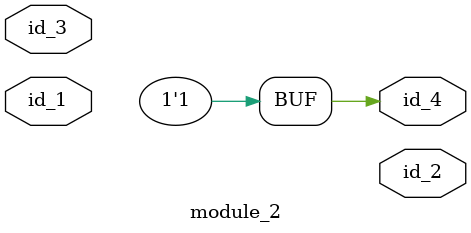
<source format=v>
module module_0 (
    id_1,
    id_2,
    id_3
);
  output wire id_3;
  input wire id_2;
  inout wire id_1;
  wire id_4;
  module_2 modCall_1 (
      id_4,
      id_3,
      id_4,
      id_3
  );
endmodule
module module_1 (
    id_1,
    id_2
);
  input wire id_2;
  input wire id_1;
  generate
    always @(id_2 or posedge 1 - 1'b0) id_3 = 1'h0 * 1 - 1;
  endgenerate
  module_0 modCall_1 (
      id_3,
      id_2,
      id_3
  );
endmodule
module module_2 (
    id_1,
    id_2,
    id_3,
    id_4
);
  output wire id_4;
  input wire id_3;
  output wire id_2;
  input wire id_1;
  assign id_4 = 1;
endmodule

</source>
